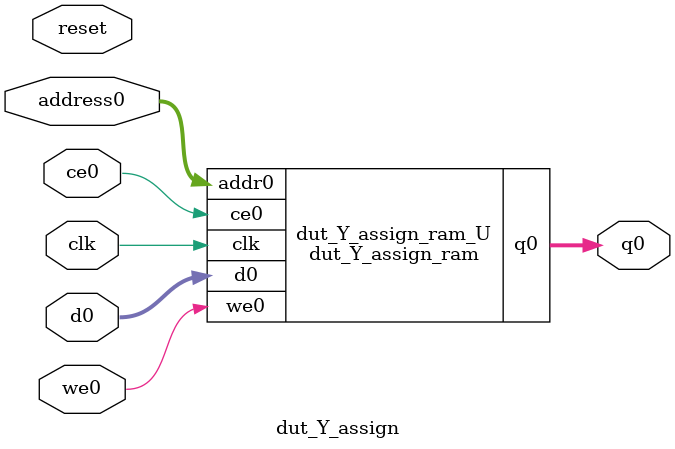
<source format=v>

`timescale 1 ns / 1 ps
module dut_Y_assign_ram (addr0, ce0, d0, we0, q0,  clk);

parameter DWIDTH = 32;
parameter AWIDTH = 12;
parameter MEM_SIZE = 4000;

input[AWIDTH-1:0] addr0;
input ce0;
input[DWIDTH-1:0] d0;
input we0;
output reg[DWIDTH-1:0] q0;
input clk;

(* ram_style = "block" *)reg [DWIDTH-1:0] ram[MEM_SIZE-1:0];




always @(posedge clk)  
begin 
    if (ce0) 
    begin
        if (we0) 
        begin 
            ram[addr0] <= d0; 
            q0 <= d0;
        end 
        else 
            q0 <= ram[addr0];
    end
end


endmodule


`timescale 1 ns / 1 ps
module dut_Y_assign(
    reset,
    clk,
    address0,
    ce0,
    we0,
    d0,
    q0);

parameter DataWidth = 32'd32;
parameter AddressRange = 32'd4000;
parameter AddressWidth = 32'd12;
input reset;
input clk;
input[AddressWidth - 1:0] address0;
input ce0;
input we0;
input[DataWidth - 1:0] d0;
output[DataWidth - 1:0] q0;



dut_Y_assign_ram dut_Y_assign_ram_U(
    .clk( clk ),
    .addr0( address0 ),
    .ce0( ce0 ),
    .d0( d0 ),
    .we0( we0 ),
    .q0( q0 ));

endmodule


</source>
